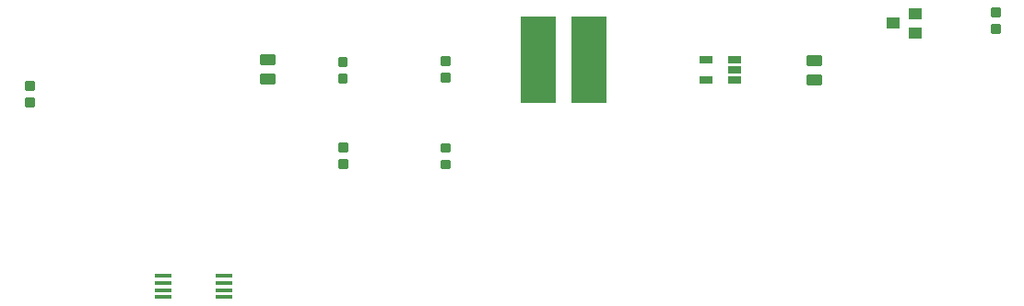
<source format=gbr>
G04 EAGLE Gerber RS-274X export*
G75*
%MOMM*%
%FSLAX34Y34*%
%LPD*%
%INSolderpaste Bottom*%
%IPPOS*%
%AMOC8*
5,1,8,0,0,1.08239X$1,22.5*%
G01*
%ADD10C,0.254000*%
%ADD11C,0.222250*%
%ADD12R,3.300000X8.000000*%
%ADD13R,1.143000X1.016000*%
%ADD14R,1.500000X0.300000*%
%ADD15R,1.200000X0.690000*%


D10*
X740385Y490380D02*
X740385Y498000D01*
X751815Y498000D01*
X751815Y490380D01*
X740385Y490380D01*
X740385Y492793D02*
X751815Y492793D01*
X751815Y495206D02*
X740385Y495206D01*
X740385Y497619D02*
X751815Y497619D01*
X740385Y480220D02*
X740385Y472600D01*
X740385Y480220D02*
X751815Y480220D01*
X751815Y472600D01*
X740385Y472600D01*
X740385Y475013D02*
X751815Y475013D01*
X751815Y477426D02*
X740385Y477426D01*
X740385Y479839D02*
X751815Y479839D01*
D11*
X316334Y481314D02*
X316334Y474646D01*
X309666Y474646D01*
X309666Y481314D01*
X316334Y481314D01*
X316334Y476758D02*
X309666Y476758D01*
X309666Y478870D02*
X316334Y478870D01*
X316334Y480982D02*
X309666Y480982D01*
X316334Y489886D02*
X316334Y496554D01*
X316334Y489886D02*
X309666Y489886D01*
X309666Y496554D01*
X316334Y496554D01*
X316334Y491998D02*
X309666Y491998D01*
X309666Y494110D02*
X316334Y494110D01*
X316334Y496222D02*
X309666Y496222D01*
X316534Y402014D02*
X316534Y395346D01*
X309866Y395346D01*
X309866Y402014D01*
X316534Y402014D01*
X316534Y397458D02*
X309866Y397458D01*
X309866Y399570D02*
X316534Y399570D01*
X316534Y401682D02*
X309866Y401682D01*
X316534Y410586D02*
X316534Y417254D01*
X316534Y410586D02*
X309866Y410586D01*
X309866Y417254D01*
X316534Y417254D01*
X316534Y412698D02*
X309866Y412698D01*
X309866Y414810D02*
X316534Y414810D01*
X316534Y416922D02*
X309866Y416922D01*
D10*
X249715Y473000D02*
X249715Y480620D01*
X249715Y473000D02*
X238285Y473000D01*
X238285Y480620D01*
X249715Y480620D01*
X249715Y475413D02*
X238285Y475413D01*
X238285Y477826D02*
X249715Y477826D01*
X249715Y480239D02*
X238285Y480239D01*
X249715Y490780D02*
X249715Y498400D01*
X249715Y490780D02*
X238285Y490780D01*
X238285Y498400D01*
X249715Y498400D01*
X249715Y493193D02*
X238285Y493193D01*
X238285Y495606D02*
X249715Y495606D01*
X249715Y498019D02*
X238285Y498019D01*
D12*
X539600Y494700D03*
X492600Y494700D03*
D13*
X819040Y528400D03*
X839360Y519510D03*
X839360Y537290D03*
D11*
X909366Y535386D02*
X909366Y542054D01*
X916034Y542054D01*
X916034Y535386D01*
X909366Y535386D01*
X909366Y537498D02*
X916034Y537498D01*
X916034Y539610D02*
X909366Y539610D01*
X909366Y541722D02*
X916034Y541722D01*
X909366Y526814D02*
X909366Y520146D01*
X909366Y526814D02*
X916034Y526814D01*
X916034Y520146D01*
X909366Y520146D01*
X909366Y522258D02*
X916034Y522258D01*
X916034Y524370D02*
X909366Y524370D01*
X909366Y526482D02*
X916034Y526482D01*
X403766Y497054D02*
X403766Y490386D01*
X403766Y497054D02*
X410434Y497054D01*
X410434Y490386D01*
X403766Y490386D01*
X403766Y492498D02*
X410434Y492498D01*
X410434Y494610D02*
X403766Y494610D01*
X403766Y496722D02*
X410434Y496722D01*
X403766Y481814D02*
X403766Y475146D01*
X403766Y481814D02*
X410434Y481814D01*
X410434Y475146D01*
X403766Y475146D01*
X403766Y477258D02*
X410434Y477258D01*
X410434Y479370D02*
X403766Y479370D01*
X403766Y481482D02*
X410434Y481482D01*
X403866Y417054D02*
X403866Y410386D01*
X403866Y417054D02*
X410534Y417054D01*
X410534Y410386D01*
X403866Y410386D01*
X403866Y412498D02*
X410534Y412498D01*
X410534Y414610D02*
X403866Y414610D01*
X403866Y416722D02*
X410534Y416722D01*
X403866Y401814D02*
X403866Y395146D01*
X403866Y401814D02*
X410534Y401814D01*
X410534Y395146D01*
X403866Y395146D01*
X403866Y397258D02*
X410534Y397258D01*
X410534Y399370D02*
X403866Y399370D01*
X403866Y401482D02*
X410534Y401482D01*
X21966Y467386D02*
X21966Y474054D01*
X28634Y474054D01*
X28634Y467386D01*
X21966Y467386D01*
X21966Y469498D02*
X28634Y469498D01*
X28634Y471610D02*
X21966Y471610D01*
X21966Y473722D02*
X28634Y473722D01*
X21966Y458814D02*
X21966Y452146D01*
X21966Y458814D02*
X28634Y458814D01*
X28634Y452146D01*
X21966Y452146D01*
X21966Y454258D02*
X28634Y454258D01*
X28634Y456370D02*
X21966Y456370D01*
X21966Y458482D02*
X28634Y458482D01*
D14*
X148300Y275900D03*
X148300Y282400D03*
X148300Y288900D03*
X148300Y295400D03*
X203800Y275900D03*
X203800Y282400D03*
X203800Y288900D03*
X203800Y295400D03*
D15*
X672901Y494800D03*
X672901Y485300D03*
X672901Y475800D03*
X646899Y475800D03*
X646899Y494800D03*
M02*

</source>
